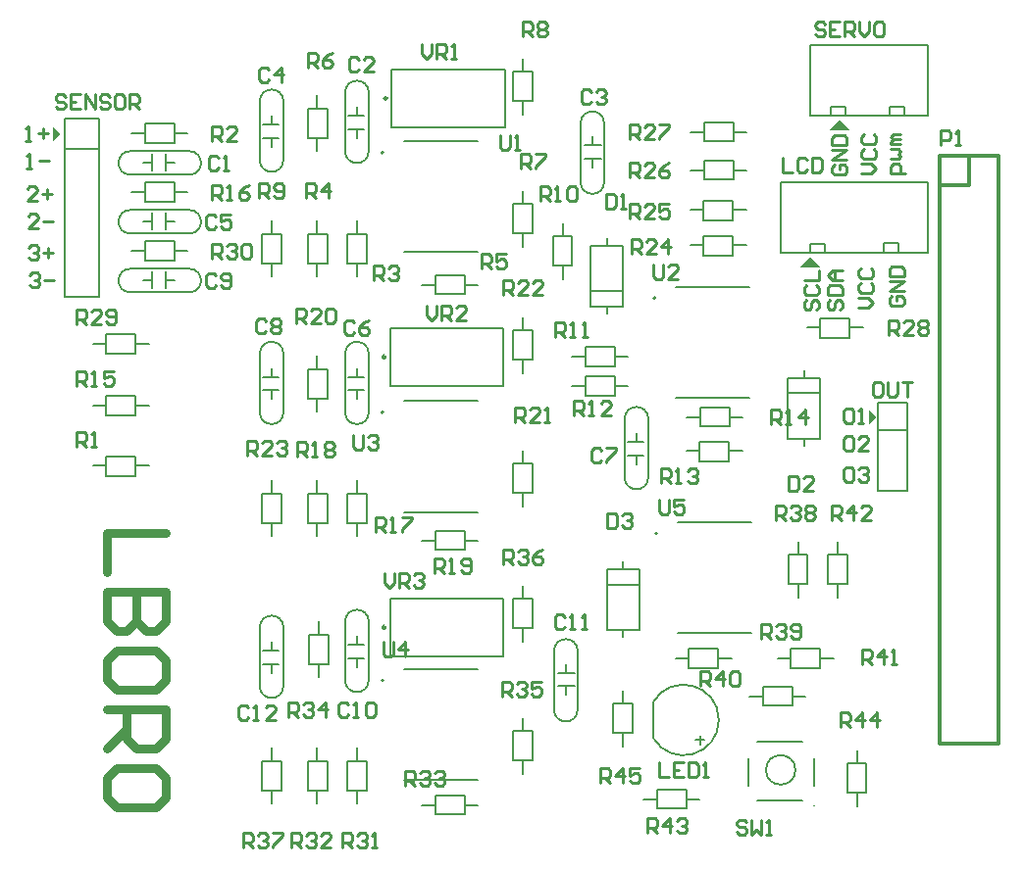
<source format=gbr>
%TF.GenerationSoftware,Altium Limited,Altium Designer,23.3.1 (30)*%
G04 Layer_Color=65535*
%FSLAX26Y26*%
%MOIN*%
%TF.SameCoordinates,8F501EFE-F143-482A-9327-88418F9FCBED*%
%TF.FilePolarity,Positive*%
%TF.FileFunction,Legend,Top*%
%TF.Part,Single*%
G01*
G75*
%TA.AperFunction,NonConductor*%
%ADD33C,0.007000*%
%ADD34C,0.007874*%
%ADD35C,0.006000*%
%ADD36C,0.009842*%
%ADD37C,0.005000*%
%ADD38C,0.012000*%
%ADD39C,0.010000*%
%ADD40C,0.030000*%
G36*
X161000Y2509000D02*
X136000Y2534000D01*
Y2484000D01*
X161000Y2509000D01*
D02*
G37*
G36*
X2674500Y2055500D02*
X2745500D01*
X2710500Y2090500D01*
Y2091500D01*
X2674500Y2055500D01*
D02*
G37*
G36*
X2934000Y1545000D02*
X2909000Y1570000D01*
Y1520000D01*
X2934000Y1545000D01*
D02*
G37*
G36*
X2774500Y2520500D02*
X2845500D01*
X2810500Y2555500D01*
Y2556500D01*
X2774500Y2520500D01*
D02*
G37*
D33*
X2080000Y1340000D02*
G03*
X2160000Y1340000I40000J0D01*
G01*
Y1540000D02*
G03*
X2080000Y1540000I-40000J0D01*
G01*
X840000Y1561500D02*
G03*
X920000Y1561500I40000J0D01*
G01*
Y1761500D02*
G03*
X840000Y1761500I-40000J0D01*
G01*
X1130000Y650000D02*
G03*
X1210000Y650000I40000J0D01*
G01*
Y850000D02*
G03*
X1130000Y850000I-40000J0D01*
G01*
X840000Y630000D02*
G03*
X920000Y630000I40000J0D01*
G01*
Y830000D02*
G03*
X840000Y830000I-40000J0D01*
G01*
X2176491Y454288D02*
G03*
X2176058Y574967I103509J60712D01*
G01*
X2010000Y2545000D02*
G03*
X1930000Y2545000I-40000J0D01*
G01*
Y2345000D02*
G03*
X2010000Y2345000I40000J0D01*
G01*
X1130000Y2450000D02*
G03*
X1210000Y2450000I40000J0D01*
G01*
Y2650000D02*
G03*
X1130000Y2650000I-40000J0D01*
G01*
X840000Y2420000D02*
G03*
X920000Y2420000I40000J0D01*
G01*
Y2620000D02*
G03*
X840000Y2620000I-40000J0D01*
G01*
X1210000Y1761500D02*
G03*
X1130000Y1761500I-40000J0D01*
G01*
Y1561500D02*
G03*
X1210000Y1561500I40000J0D01*
G01*
X600000Y1970000D02*
G03*
X600000Y2050000I0J40000D01*
G01*
X400000D02*
G03*
X400000Y1970000I0J-40000D01*
G01*
X600000Y2170000D02*
G03*
X600000Y2250000I0J40000D01*
G01*
X400000D02*
G03*
X400000Y2170000I0J-40000D01*
G01*
X600000Y2370000D02*
G03*
X600000Y2450000I0J40000D01*
G01*
X400000D02*
G03*
X400000Y2370000I0J-40000D01*
G01*
X1840000Y550000D02*
G03*
X1920000Y550000I40000J0D01*
G01*
Y750000D02*
G03*
X1840000Y750000I-40000J0D01*
G01*
X3031000Y2570000D02*
Y2600000D01*
X2981000D02*
X3031000D01*
X2981000Y2570000D02*
Y2600000D01*
X2832000Y2571000D02*
Y2601000D01*
X2782000D02*
X2832000D01*
X2782000Y2571000D02*
Y2601000D01*
X3110000Y2670000D02*
Y2810000D01*
X2710000Y2570000D02*
Y2810000D01*
Y2570000D02*
X3110000D01*
Y2670000D01*
X2710000Y2810000D02*
X3110000D01*
X2080000Y1340000D02*
Y1540000D01*
X2160000Y1340000D02*
Y1540000D01*
X2090000Y1415000D02*
X2145000D01*
X2090000Y1460000D02*
X2145000D01*
X2120000Y1385000D02*
Y1415000D01*
Y1460000D02*
Y1490000D01*
X1735000Y1695000D02*
Y1742000D01*
X1767000D02*
Y1842000D01*
X1701000Y1742000D02*
Y1842000D01*
X1767000D01*
X1701000Y1742000D02*
X1767000D01*
X1735000Y1845000D02*
Y1885000D01*
X880000Y1284500D02*
Y1331500D01*
X848000Y1184500D02*
Y1284500D01*
X914000Y1184500D02*
Y1284500D01*
X848000Y1184500D02*
X914000D01*
X848000Y1284500D02*
X914000D01*
X880000Y1141500D02*
Y1181500D01*
X840000Y1561500D02*
Y1761500D01*
X920000Y1561500D02*
Y1761500D01*
X850000Y1636500D02*
X905000D01*
X850000Y1681500D02*
X905000D01*
X880000Y1606500D02*
Y1636500D01*
Y1681500D02*
Y1711500D01*
X1035000Y1708000D02*
Y1755000D01*
X1003000Y1608000D02*
Y1708000D01*
X1069000Y1608000D02*
Y1708000D01*
X1003000Y1608000D02*
X1069000D01*
X1003000Y1708000D02*
X1069000D01*
X1035000Y1565000D02*
Y1605000D01*
Y373000D02*
Y420000D01*
X1003000Y273000D02*
Y373000D01*
X1069000Y273000D02*
Y373000D01*
X1003000Y273000D02*
X1069000D01*
X1003000Y373000D02*
X1069000D01*
X1035000Y230000D02*
Y270000D01*
X880000Y373000D02*
Y420000D01*
X848000Y273000D02*
Y373000D01*
X914000Y273000D02*
Y373000D01*
X848000Y273000D02*
X914000D01*
X848000Y373000D02*
X914000D01*
X880000Y230000D02*
Y270000D01*
X1130000Y650000D02*
Y850000D01*
X1210000Y650000D02*
Y850000D01*
X1140000Y725000D02*
X1195000D01*
X1140000Y770000D02*
X1195000D01*
X1170000Y695000D02*
Y725000D01*
Y770000D02*
Y800000D01*
X840000Y630000D02*
Y830000D01*
X920000Y630000D02*
Y830000D01*
X850000Y705000D02*
X905000D01*
X850000Y750000D02*
X905000D01*
X880000Y675000D02*
Y705000D01*
Y750000D02*
Y780000D01*
X1040000Y803000D02*
Y850000D01*
X1008000Y703000D02*
Y803000D01*
X1074000Y703000D02*
Y803000D01*
X1008000Y703000D02*
X1074000D01*
X1008000Y803000D02*
X1074000D01*
X1040000Y660000D02*
Y700000D01*
X1735000Y780000D02*
Y827000D01*
X1767000D02*
Y927000D01*
X1701000Y827000D02*
Y927000D01*
X1767000D01*
X1701000Y827000D02*
X1767000D01*
X1735000Y930000D02*
Y970000D01*
Y330000D02*
Y377000D01*
X1767000D02*
Y477000D01*
X1701000Y377000D02*
Y477000D01*
X1767000D01*
X1701000Y377000D02*
X1767000D01*
X1735000Y480000D02*
Y520000D01*
X2503701Y595000D02*
X2550701D01*
Y563000D02*
X2650701D01*
X2550701Y629000D02*
X2650701D01*
Y563000D02*
Y629000D01*
X2550701Y563000D02*
Y629000D01*
X2653701Y595000D02*
X2693701D01*
X2396701Y725000D02*
X2443701D01*
X2296701Y757000D02*
X2396701D01*
X2296701Y691000D02*
X2396701D01*
X2296701D02*
Y757000D01*
X2396701Y691000D02*
Y757000D01*
X2253701Y725000D02*
X2293701D01*
X2075000Y425000D02*
Y472000D01*
X2107000D02*
Y572000D01*
X2041000Y472000D02*
Y572000D01*
X2107000D01*
X2041000Y472000D02*
X2107000D01*
X2075000Y575000D02*
Y615000D01*
X2145000Y245000D02*
X2192000D01*
Y213000D02*
X2292000D01*
X2192000Y279000D02*
X2292000D01*
Y213000D02*
Y279000D01*
X2192000Y213000D02*
Y279000D01*
X2295000Y245000D02*
X2335000D01*
X2176000Y455000D02*
Y574000D01*
X2321000Y447000D02*
X2351000D01*
X2336000Y432000D02*
Y460000D01*
X2724000Y225000D02*
X2725000Y226000D01*
X2870000Y220000D02*
Y267000D01*
X2902000D02*
Y367000D01*
X2836000Y267000D02*
Y367000D01*
X2902000D01*
X2836000Y267000D02*
X2902000D01*
X2870000Y370000D02*
Y410000D01*
X2670000Y930000D02*
Y977000D01*
X2702000D02*
Y1077000D01*
X2636000Y977000D02*
Y1077000D01*
X2702000D01*
X2636000Y977000D02*
X2702000D01*
X2670000Y1080000D02*
Y1120000D01*
X2805000Y930000D02*
Y977000D01*
X2837000D02*
Y1077000D01*
X2771000Y977000D02*
Y1077000D01*
X2837000D01*
X2771000Y977000D02*
X2837000D01*
X2805000Y1080000D02*
Y1120000D01*
X2940000Y1295000D02*
Y1595000D01*
X3040000D01*
Y1295000D02*
Y1595000D01*
X2940000Y1295000D02*
X3040000D01*
X2940000Y1500000D02*
X3039000D01*
X2305000Y2515000D02*
X2352000D01*
Y2483000D02*
X2452000D01*
X2352000Y2549000D02*
X2452000D01*
Y2483000D02*
Y2549000D01*
X2352000Y2483000D02*
Y2549000D01*
X2455000Y2515000D02*
X2495000D01*
X2305000Y2385000D02*
X2352000D01*
Y2353000D02*
X2452000D01*
X2352000Y2419000D02*
X2452000D01*
Y2353000D02*
Y2419000D01*
X2352000Y2353000D02*
Y2419000D01*
X2455000Y2385000D02*
X2495000D01*
X2448000Y2250000D02*
X2495000D01*
X2348000Y2282000D02*
X2448000D01*
X2348000Y2216000D02*
X2448000D01*
X2348000D02*
Y2282000D01*
X2448000Y2216000D02*
Y2282000D01*
X2305000Y2250000D02*
X2345000D01*
X2448000Y2130000D02*
X2495000D01*
X2348000Y2162000D02*
X2448000D01*
X2348000Y2096000D02*
X2448000D01*
X2348000D02*
Y2162000D01*
X2448000Y2096000D02*
Y2162000D01*
X2305000Y2130000D02*
X2345000D01*
X2010000Y2345000D02*
Y2545000D01*
X1930000Y2345000D02*
Y2545000D01*
X1945000Y2470000D02*
X2000000D01*
X1945000Y2425000D02*
X2000000D01*
X1970000Y2470000D02*
Y2500000D01*
Y2395000D02*
Y2425000D01*
X1870000Y2015000D02*
Y2062000D01*
X1902000D02*
Y2162000D01*
X1836000Y2062000D02*
Y2162000D01*
X1902000D01*
X1836000Y2062000D02*
X1902000D01*
X1870000Y2165000D02*
Y2205000D01*
X1735000Y2125000D02*
Y2172000D01*
X1767000D02*
Y2272000D01*
X1701000Y2172000D02*
Y2272000D01*
X1767000D01*
X1701000Y2172000D02*
X1767000D01*
X1735000Y2275000D02*
Y2315000D01*
X880000Y2168000D02*
Y2215000D01*
X848000Y2068000D02*
Y2168000D01*
X914000Y2068000D02*
Y2168000D01*
X848000Y2068000D02*
X914000D01*
X848000Y2168000D02*
X914000D01*
X880000Y2025000D02*
Y2065000D01*
X1735000Y2575000D02*
Y2622000D01*
X1767000D02*
Y2722000D01*
X1701000Y2622000D02*
Y2722000D01*
X1767000D01*
X1701000Y2622000D02*
X1767000D01*
X1735000Y2725000D02*
Y2765000D01*
X1130000Y2450000D02*
Y2650000D01*
X1210000Y2450000D02*
Y2650000D01*
X1140000Y2525000D02*
X1195000D01*
X1140000Y2570000D02*
X1195000D01*
X1170000Y2495000D02*
Y2525000D01*
Y2570000D02*
Y2600000D01*
X840000Y2420000D02*
Y2620000D01*
X920000Y2420000D02*
Y2620000D01*
X850000Y2495000D02*
X905000D01*
X850000Y2540000D02*
X905000D01*
X880000Y2465000D02*
Y2495000D01*
Y2540000D02*
Y2570000D01*
X3010000Y2107000D02*
Y2137000D01*
X2960000D02*
X3010000D01*
X2960000Y2107000D02*
Y2137000D01*
X2762000Y2105000D02*
Y2135000D01*
X2712000D02*
X2762000D01*
X2712000Y2105000D02*
Y2135000D01*
X2610000Y2345000D02*
X3110000D01*
Y2105000D02*
Y2205000D01*
X2610000Y2105000D02*
X3110000D01*
X2610000D02*
Y2345000D01*
X3110000Y2205000D02*
Y2345000D01*
X2700000Y1850000D02*
X2740000D01*
X2843000Y1816000D02*
Y1882000D01*
X2743000Y1816000D02*
Y1882000D01*
Y1816000D02*
X2843000D01*
X2743000Y1882000D02*
X2843000D01*
Y1850000D02*
X2890000D01*
X275000Y1380000D02*
X315000D01*
X418000Y1346000D02*
Y1412000D01*
X318000Y1346000D02*
Y1412000D01*
Y1346000D02*
X418000D01*
X318000Y1412000D02*
X418000D01*
Y1380000D02*
X465000D01*
X178000Y2459000D02*
X291000D01*
X293000Y1954000D02*
Y2560000D01*
X178000Y1954000D02*
Y2560000D01*
X293000D01*
X178000Y1954000D02*
X293000D01*
X1170000Y230000D02*
Y270000D01*
X1138000Y373000D02*
X1204000D01*
X1138000Y273000D02*
X1204000D01*
Y373000D01*
X1138000Y273000D02*
Y373000D01*
X1170000D02*
Y420000D01*
X2290000Y1430000D02*
X2330000D01*
X2433000Y1396000D02*
Y1462000D01*
X2333000Y1396000D02*
Y1462000D01*
Y1396000D02*
X2433000D01*
X2333000Y1462000D02*
X2433000D01*
Y1430000D02*
X2480000D01*
X1035000Y1141500D02*
Y1181500D01*
X1003000Y1284500D02*
X1069000D01*
X1003000Y1184500D02*
X1069000D01*
Y1284500D01*
X1003000Y1184500D02*
Y1284500D01*
X1035000D02*
Y1331500D01*
X1541299Y1125000D02*
X1581299D01*
X1438299Y1093000D02*
Y1159000D01*
X1538299Y1093000D02*
Y1159000D01*
X1438299D02*
X1538299D01*
X1438299Y1093000D02*
X1538299D01*
X1391299Y1125000D02*
X1438299D01*
X2440000Y1545000D02*
X2480000D01*
X2337000Y1513000D02*
Y1579000D01*
X2437000Y1513000D02*
Y1579000D01*
X2337000D02*
X2437000D01*
X2337000Y1513000D02*
X2437000D01*
X2290000Y1545000D02*
X2337000D01*
X2050000Y1650000D02*
X2090000D01*
X1947000Y1618000D02*
Y1684000D01*
X2047000Y1618000D02*
Y1684000D01*
X1947000D02*
X2047000D01*
X1947000Y1618000D02*
X2047000D01*
X1900000Y1650000D02*
X1947000D01*
X2050000Y1750000D02*
X2090000D01*
X1947000Y1718000D02*
Y1784000D01*
X2047000Y1718000D02*
Y1784000D01*
X1947000D02*
X2047000D01*
X1947000Y1718000D02*
X2047000D01*
X1900000Y1750000D02*
X1947000D01*
X1170000Y1141500D02*
Y1181500D01*
X1138000Y1284500D02*
X1204000D01*
X1138000Y1184500D02*
X1204000D01*
Y1284500D01*
X1138000Y1184500D02*
Y1284500D01*
X1170000D02*
Y1331500D01*
Y1681500D02*
Y1711500D01*
Y1606500D02*
Y1636500D01*
X1140000Y1681500D02*
X1195000D01*
X1140000Y1636500D02*
X1195000D01*
X1210000Y1561500D02*
Y1761500D01*
X1130000Y1561500D02*
Y1761500D01*
X1035000Y2450000D02*
Y2490000D01*
X1003000Y2593000D02*
X1069000D01*
X1003000Y2493000D02*
X1069000D01*
Y2593000D01*
X1003000Y2493000D02*
Y2593000D01*
X1035000D02*
Y2640000D01*
X1541299Y1995000D02*
X1581299D01*
X1438299Y1963000D02*
Y2029000D01*
X1538299Y1963000D02*
Y2029000D01*
X1438299D02*
X1538299D01*
X1438299Y1963000D02*
X1538299D01*
X1391299Y1995000D02*
X1438299D01*
X1035000Y2025000D02*
Y2065000D01*
X1003000Y2168000D02*
X1069000D01*
X1003000Y2068000D02*
X1069000D01*
Y2168000D01*
X1003000Y2068000D02*
Y2168000D01*
X1035000D02*
Y2215000D01*
X1170000Y2025000D02*
Y2065000D01*
X1138000Y2168000D02*
X1204000D01*
X1138000Y2068000D02*
X1204000D01*
Y2168000D01*
X1138000Y2068000D02*
Y2168000D01*
X1170000D02*
Y2215000D01*
X520000Y2010000D02*
X550000D01*
X445000D02*
X475000D01*
X520000Y1985000D02*
Y2040000D01*
X475000Y1985000D02*
Y2040000D01*
X400000Y1970000D02*
X600000D01*
X400000Y2050000D02*
X600000D01*
X520000Y2210000D02*
X550000D01*
X445000D02*
X475000D01*
X520000Y2185000D02*
Y2240000D01*
X475000Y2185000D02*
Y2240000D01*
X400000Y2170000D02*
X600000D01*
X400000Y2250000D02*
X600000D01*
X555000Y2110000D02*
X595000D01*
X452000Y2078000D02*
Y2144000D01*
X552000Y2078000D02*
Y2144000D01*
X452000D02*
X552000D01*
X452000Y2078000D02*
X552000D01*
X405000Y2110000D02*
X452000D01*
X555000Y2310000D02*
X595000D01*
X452000Y2278000D02*
Y2344000D01*
X552000Y2278000D02*
Y2344000D01*
X452000D02*
X552000D01*
X452000Y2278000D02*
X552000D01*
X405000Y2310000D02*
X452000D01*
X520000Y2410000D02*
X550000D01*
X445000D02*
X475000D01*
X520000Y2385000D02*
Y2440000D01*
X475000Y2385000D02*
Y2440000D01*
X400000Y2370000D02*
X600000D01*
X400000Y2450000D02*
X600000D01*
X555000Y2510000D02*
X595000D01*
X452000Y2478000D02*
Y2544000D01*
X552000Y2478000D02*
Y2544000D01*
X452000D02*
X552000D01*
X452000Y2478000D02*
X552000D01*
X405000Y2510000D02*
X452000D01*
X1735000Y1391500D02*
Y1431500D01*
X1701000Y1288500D02*
X1767000D01*
X1701000Y1388500D02*
X1767000D01*
X1701000Y1288500D02*
Y1388500D01*
X1767000Y1288500D02*
Y1388500D01*
X1735000Y1241500D02*
Y1288500D01*
X275000Y1585000D02*
X315000D01*
X418000Y1551000D02*
Y1617000D01*
X318000Y1551000D02*
Y1617000D01*
Y1551000D02*
X418000D01*
X318000Y1617000D02*
X418000D01*
Y1585000D02*
X465000D01*
X1880000Y600000D02*
Y630000D01*
Y675000D02*
Y705000D01*
X1855000Y630000D02*
X1910000D01*
X1855000Y675000D02*
X1910000D01*
X1840000Y550000D02*
Y750000D01*
X1920000Y550000D02*
Y750000D01*
X1541299Y225000D02*
X1581299D01*
X1438299Y193000D02*
Y259000D01*
X1538299Y193000D02*
Y259000D01*
X1438299D02*
X1538299D01*
X1438299Y193000D02*
X1538299D01*
X1391299Y225000D02*
X1438299D01*
X275000Y1795000D02*
X315000D01*
X418000Y1761000D02*
Y1827000D01*
X318000Y1761000D02*
Y1827000D01*
Y1761000D02*
X418000D01*
X318000Y1827000D02*
X418000D01*
Y1795000D02*
X465000D01*
X2600000Y725000D02*
X2640000D01*
X2743000Y691000D02*
Y757000D01*
X2643000Y691000D02*
Y757000D01*
Y691000D02*
X2743000D01*
X2643000Y757000D02*
X2743000D01*
Y725000D02*
X2790000D01*
D34*
X2190709Y1150000D02*
G03*
X2190709Y1150000I-3937J0D01*
G01*
X2185709Y1950000D02*
G03*
X2185709Y1950000I-3937J0D01*
G01*
X1260709Y650000D02*
G03*
X1260709Y650000I-3937J0D01*
G01*
Y1561500D02*
G03*
X1260709Y1561500I-3937J0D01*
G01*
Y2445000D02*
G03*
X1260709Y2445000I-3937J0D01*
G01*
X2637638Y1626181D02*
X2742362D01*
X2690000Y1446457D02*
Y1472638D01*
Y1677362D02*
Y1703543D01*
X2634882Y1677362D02*
X2745118D01*
X2634882Y1472638D02*
Y1677362D01*
Y1472638D02*
X2745118D01*
Y1677362D01*
X1967638Y1973622D02*
X2072362D01*
X2020000Y2127165D02*
Y2153346D01*
Y1896260D02*
Y1922441D01*
X1964882D02*
X2075118D01*
Y2127165D01*
X1964882D02*
X2075118D01*
X1964882Y1922441D02*
Y2127165D01*
X1672520Y2532559D02*
Y2727835D01*
X1287480Y2532559D02*
X1672520D01*
X1287480D02*
Y2727835D01*
X1672520D01*
X1282480Y927835D02*
X1667520D01*
X1282480Y732559D02*
Y927835D01*
Y732559D02*
X1667520D01*
Y927835D01*
X1282480Y1847835D02*
X1667520D01*
X1282480Y1652559D02*
Y1847835D01*
Y1652559D02*
X1667520D01*
Y1847835D01*
X2130118Y822441D02*
Y1027165D01*
X2019882Y822441D02*
X2130118D01*
X2019882D02*
Y1027165D01*
X2130118D01*
X2075000D02*
Y1053346D01*
Y796260D02*
Y822441D01*
X2022638Y975984D02*
X2127362D01*
D35*
X2660000Y345000D02*
G03*
X2660000Y345000I-50000J0D01*
G01*
X2500000Y290000D02*
Y385000D01*
X2531000Y240000D02*
X2685000D01*
X2725000Y290000D02*
Y385000D01*
X2530000Y440000D02*
X2685000D01*
D36*
X1272323Y2630000D02*
G03*
X1272323Y2630000I-4921J0D01*
G01*
X1267323Y830000D02*
G03*
X1267323Y830000I-4921J0D01*
G01*
Y1750000D02*
G03*
X1267323Y1750000I-4921J0D01*
G01*
D37*
X2260000Y1188780D02*
X2510000D01*
X2260000Y811221D02*
X2510000D01*
X2255000Y1988780D02*
X2505000D01*
X2255000Y1611220D02*
X2505000D01*
X1330000Y311221D02*
X1580000D01*
X1330000Y688779D02*
X1580000D01*
X1330000Y1222720D02*
X1580000D01*
X1330000Y1600280D02*
X1580000D01*
X1330000Y2106220D02*
X1580000D01*
X1330000Y2483780D02*
X1580000D01*
D38*
X3150000Y2435000D02*
X3350000D01*
X3150000Y435000D02*
Y2435000D01*
Y435000D02*
X3350000D01*
Y2435000D01*
X3250000Y2335000D02*
Y2435000D01*
X3150000Y2335000D02*
X3250000D01*
D39*
X2849992Y1374984D02*
X2833331D01*
X2825000Y1366653D01*
Y1333331D01*
X2833331Y1325000D01*
X2849992D01*
X2858323Y1333331D01*
Y1366653D01*
X2849992Y1374984D01*
X2874984Y1366653D02*
X2883314Y1374984D01*
X2899976D01*
X2908306Y1366653D01*
Y1358323D01*
X2899976Y1349992D01*
X2891645D01*
X2899976D01*
X2908306Y1341661D01*
Y1333331D01*
X2899976Y1325000D01*
X2883314D01*
X2874984Y1333331D01*
X2849992Y1479984D02*
X2833331D01*
X2825000Y1471653D01*
Y1438331D01*
X2833331Y1430000D01*
X2849992D01*
X2858323Y1438331D01*
Y1471653D01*
X2849992Y1479984D01*
X2908306Y1430000D02*
X2874984D01*
X2908306Y1463323D01*
Y1471653D01*
X2899976Y1479984D01*
X2883314D01*
X2874984Y1471653D01*
X2849992Y1574984D02*
X2833331D01*
X2825000Y1566653D01*
Y1533331D01*
X2833331Y1525000D01*
X2849992D01*
X2858323Y1533331D01*
Y1566653D01*
X2849992Y1574984D01*
X2874984Y1525000D02*
X2891645D01*
X2883314D01*
Y1574984D01*
X2874984Y1566653D01*
X2988551Y1957303D02*
X2980221Y1948972D01*
Y1932311D01*
X2988551Y1923980D01*
X3021874D01*
X3030204Y1932311D01*
Y1948972D01*
X3021874Y1957303D01*
X3005213D01*
Y1940641D01*
X3030204Y1973964D02*
X2980221D01*
X3030204Y2007286D01*
X2980221D01*
Y2023948D02*
X3030204D01*
Y2048939D01*
X3021874Y2057270D01*
X2988551D01*
X2980221Y2048939D01*
Y2023948D01*
X2875221Y1918980D02*
X2908543D01*
X2925204Y1935641D01*
X2908543Y1952303D01*
X2875221D01*
X2883551Y2002286D02*
X2875221Y1993956D01*
Y1977294D01*
X2883551Y1968964D01*
X2916874D01*
X2925204Y1977294D01*
Y1993956D01*
X2916874Y2002286D01*
X2883551Y2052270D02*
X2875221Y2043939D01*
Y2027278D01*
X2883551Y2018948D01*
X2916874D01*
X2925204Y2027278D01*
Y2043939D01*
X2916874Y2052270D01*
X2778347Y1943323D02*
X2770016Y1934992D01*
Y1918331D01*
X2778347Y1910000D01*
X2786677D01*
X2795008Y1918331D01*
Y1934992D01*
X2803339Y1943323D01*
X2811669D01*
X2820000Y1934992D01*
Y1918331D01*
X2811669Y1910000D01*
X2770016Y1959984D02*
X2820000D01*
Y1984976D01*
X2811669Y1993306D01*
X2778347D01*
X2770016Y1984976D01*
Y1959984D01*
X2820000Y2009968D02*
X2786677D01*
X2770016Y2026629D01*
X2786677Y2043290D01*
X2820000D01*
X2795008D01*
Y2009968D01*
X2698347Y1943323D02*
X2690016Y1934992D01*
Y1918331D01*
X2698347Y1910000D01*
X2706677D01*
X2715008Y1918331D01*
Y1934992D01*
X2723339Y1943323D01*
X2731669D01*
X2740000Y1934992D01*
Y1918331D01*
X2731669Y1910000D01*
X2698347Y1993306D02*
X2690016Y1984976D01*
Y1968314D01*
X2698347Y1959984D01*
X2731669D01*
X2740000Y1968314D01*
Y1984976D01*
X2731669Y1993306D01*
X2690016Y2009968D02*
X2740000D01*
Y2043290D01*
X3035204Y2373980D02*
X2985220D01*
Y2398972D01*
X2993551Y2407303D01*
X3010212D01*
X3018543Y2398972D01*
Y2373980D01*
X2985220Y2423964D02*
X3010212D01*
X3018543Y2432294D01*
X3010212Y2440625D01*
X3018543Y2448956D01*
X3010212Y2457287D01*
X2985220D01*
X3018543Y2473948D02*
X2985220D01*
Y2482278D01*
X2993551Y2490609D01*
X3018543D01*
X2993551D01*
X2985220Y2498940D01*
X2993551Y2507270D01*
X3018543D01*
X2885221Y2373980D02*
X2918543D01*
X2935204Y2390641D01*
X2918543Y2407303D01*
X2885221D01*
X2893551Y2457286D02*
X2885221Y2448956D01*
Y2432294D01*
X2893551Y2423964D01*
X2926874D01*
X2935204Y2432294D01*
Y2448956D01*
X2926874Y2457286D01*
X2893551Y2507270D02*
X2885221Y2498939D01*
Y2482278D01*
X2893551Y2473948D01*
X2926874D01*
X2935204Y2482278D01*
Y2498939D01*
X2926874Y2507270D01*
X2761694Y2881661D02*
X2753363Y2889992D01*
X2736702D01*
X2728371Y2881661D01*
Y2873331D01*
X2736702Y2865000D01*
X2753363D01*
X2761694Y2856669D01*
Y2848339D01*
X2753363Y2840008D01*
X2736702D01*
X2728371Y2848339D01*
X2811677Y2889992D02*
X2778355D01*
Y2840008D01*
X2811677D01*
X2778355Y2865000D02*
X2795016D01*
X2828339Y2840008D02*
Y2889992D01*
X2853331D01*
X2861661Y2881661D01*
Y2865000D01*
X2853331Y2856669D01*
X2828339D01*
X2845000D02*
X2861661Y2840008D01*
X2878323Y2889992D02*
Y2856669D01*
X2894984Y2840008D01*
X2911645Y2856669D01*
Y2889992D01*
X2953298D02*
X2936637D01*
X2928306Y2881661D01*
Y2848339D01*
X2936637Y2840008D01*
X2953298D01*
X2961629Y2848339D01*
Y2881661D01*
X2953298Y2889992D01*
X2793347Y2403323D02*
X2785016Y2394992D01*
Y2378331D01*
X2793347Y2370000D01*
X2826669D01*
X2835000Y2378331D01*
Y2394992D01*
X2826669Y2403323D01*
X2810008D01*
Y2386661D01*
X2835000Y2419984D02*
X2785016D01*
X2835000Y2453306D01*
X2785016D01*
Y2469968D02*
X2835000D01*
Y2494959D01*
X2826669Y2503290D01*
X2793347D01*
X2785016Y2494959D01*
Y2469968D01*
X55000Y2121653D02*
X63331Y2129984D01*
X79992D01*
X88323Y2121653D01*
Y2113323D01*
X79992Y2104992D01*
X71661D01*
X79992D01*
X88323Y2096661D01*
Y2088331D01*
X79992Y2080000D01*
X63331D01*
X55000Y2088331D01*
X104984Y2104992D02*
X138306D01*
X121645Y2121653D02*
Y2088331D01*
X58223Y2028814D02*
X66554Y2037144D01*
X83215D01*
X91546Y2028814D01*
Y2020483D01*
X83215Y2012152D01*
X74885D01*
X83215D01*
X91546Y2003822D01*
Y1995491D01*
X83215Y1987160D01*
X66554D01*
X58223Y1995491D01*
X108207Y2012152D02*
X141530D01*
X83323Y2280000D02*
X50000D01*
X83323Y2313323D01*
Y2321653D01*
X74992Y2329984D01*
X58331D01*
X50000Y2321653D01*
X99984Y2304992D02*
X133306D01*
X116645Y2321653D02*
Y2288331D01*
X86546Y2187160D02*
X53223D01*
X86546Y2220483D01*
Y2228814D01*
X78215Y2237144D01*
X61554D01*
X53223Y2228814D01*
X103207Y2212152D02*
X136530D01*
X48223Y2392160D02*
X64885D01*
X56554D01*
Y2442144D01*
X48223Y2433814D01*
X89876Y2417152D02*
X123199D01*
X45000Y2485000D02*
X61661D01*
X53331D01*
Y2534984D01*
X45000Y2526653D01*
X86653Y2509992D02*
X119976D01*
X103314Y2526653D02*
Y2493331D01*
X1907520Y1550008D02*
Y1599992D01*
X1932512D01*
X1940843Y1591661D01*
Y1575000D01*
X1932512Y1566669D01*
X1907520D01*
X1924181D02*
X1940843Y1550008D01*
X1957504D02*
X1974165D01*
X1965835D01*
Y1599992D01*
X1957504Y1591661D01*
X2032480Y1550008D02*
X1999157D01*
X2032480Y1583331D01*
Y1591661D01*
X2024149Y1599992D01*
X2007488D01*
X1999157Y1591661D01*
X2948347Y1664992D02*
X2931686D01*
X2923355Y1656661D01*
Y1623339D01*
X2931686Y1615008D01*
X2948347D01*
X2956677Y1623339D01*
Y1656661D01*
X2948347Y1664992D01*
X2973339D02*
Y1623339D01*
X2981669Y1615008D01*
X2998331D01*
X3006661Y1623339D01*
Y1664992D01*
X3023323D02*
X3056645D01*
X3039984D01*
Y1615008D01*
X2001669Y1431661D02*
X1993339Y1439992D01*
X1976677D01*
X1968347Y1431661D01*
Y1398339D01*
X1976677Y1390008D01*
X1993339D01*
X2001669Y1398339D01*
X2018331Y1439992D02*
X2051653D01*
Y1431661D01*
X2018331Y1398339D01*
Y1390008D01*
X1668355Y1960008D02*
Y2009992D01*
X1693347D01*
X1701678Y2001661D01*
Y1985000D01*
X1693347Y1976669D01*
X1668355D01*
X1685016D02*
X1701678Y1960008D01*
X1751661D02*
X1718339D01*
X1751661Y1993331D01*
Y2001661D01*
X1743331Y2009992D01*
X1726669D01*
X1718339Y2001661D01*
X1801645Y1960008D02*
X1768322D01*
X1801645Y1993331D01*
Y2001661D01*
X1793314Y2009992D01*
X1776653D01*
X1768322Y2001661D01*
X798355Y1415008D02*
Y1464992D01*
X823347D01*
X831678Y1456661D01*
Y1440000D01*
X823347Y1431669D01*
X798355D01*
X815016D02*
X831678Y1415008D01*
X881661D02*
X848339D01*
X881661Y1448331D01*
Y1456661D01*
X873331Y1464992D01*
X856669D01*
X848339Y1456661D01*
X898322D02*
X906653Y1464992D01*
X923314D01*
X931645Y1456661D01*
Y1448331D01*
X923314Y1440000D01*
X914984D01*
X923314D01*
X931645Y1431669D01*
Y1423339D01*
X923314Y1415008D01*
X906653D01*
X898322Y1423339D01*
X861669Y1871661D02*
X853339Y1879992D01*
X836677D01*
X828347Y1871661D01*
Y1838339D01*
X836677Y1830008D01*
X853339D01*
X861669Y1838339D01*
X878331Y1871661D02*
X886661Y1879992D01*
X903322D01*
X911653Y1871661D01*
Y1863331D01*
X903322Y1855000D01*
X911653Y1846669D01*
Y1838339D01*
X903322Y1830008D01*
X886661D01*
X878331Y1838339D01*
Y1846669D01*
X886661Y1855000D01*
X878331Y1863331D01*
Y1871661D01*
X886661Y1855000D02*
X903322D01*
X963355Y1865008D02*
Y1914992D01*
X988347D01*
X996678Y1906661D01*
Y1890000D01*
X988347Y1881669D01*
X963355D01*
X980016D02*
X996678Y1865008D01*
X1046661D02*
X1013339D01*
X1046661Y1898331D01*
Y1906661D01*
X1038331Y1914992D01*
X1021669D01*
X1013339Y1906661D01*
X1063322D02*
X1071653Y1914992D01*
X1088314D01*
X1096645Y1906661D01*
Y1873339D01*
X1088314Y1865008D01*
X1071653D01*
X1063322Y1873339D01*
Y1906661D01*
X948355Y80008D02*
Y129992D01*
X973347D01*
X981678Y121661D01*
Y105000D01*
X973347Y96669D01*
X948355D01*
X965016D02*
X981678Y80008D01*
X998339Y121661D02*
X1006669Y129992D01*
X1023331D01*
X1031661Y121661D01*
Y113331D01*
X1023331Y105000D01*
X1015000D01*
X1023331D01*
X1031661Y96669D01*
Y88339D01*
X1023331Y80008D01*
X1006669D01*
X998339Y88339D01*
X1081645Y80008D02*
X1048322D01*
X1081645Y113331D01*
Y121661D01*
X1073314Y129992D01*
X1056653D01*
X1048322Y121661D01*
X783355Y80008D02*
Y129992D01*
X808347D01*
X816678Y121661D01*
Y105000D01*
X808347Y96669D01*
X783355D01*
X800016D02*
X816678Y80008D01*
X833339Y121661D02*
X841669Y129992D01*
X858331D01*
X866661Y121661D01*
Y113331D01*
X858331Y105000D01*
X850000D01*
X858331D01*
X866661Y96669D01*
Y88339D01*
X858331Y80008D01*
X841669D01*
X833339Y88339D01*
X883322Y129992D02*
X916645D01*
Y121661D01*
X883322Y88339D01*
Y80008D01*
X1140843Y566661D02*
X1132512Y574992D01*
X1115851D01*
X1107520Y566661D01*
Y533339D01*
X1115851Y525008D01*
X1132512D01*
X1140843Y533339D01*
X1157504Y525008D02*
X1174165D01*
X1165835D01*
Y574992D01*
X1157504Y566661D01*
X1199157D02*
X1207488Y574992D01*
X1224149D01*
X1232480Y566661D01*
Y533339D01*
X1224149Y525008D01*
X1207488D01*
X1199157Y533339D01*
Y566661D01*
X800843Y556661D02*
X792512Y564992D01*
X775851D01*
X767520Y556661D01*
Y523339D01*
X775851Y515008D01*
X792512D01*
X800843Y523339D01*
X817504Y515008D02*
X834165D01*
X825835D01*
Y564992D01*
X817504Y556661D01*
X892480Y515008D02*
X859157D01*
X892480Y548331D01*
Y556661D01*
X884149Y564992D01*
X867488D01*
X859157Y556661D01*
X938355Y525008D02*
Y574992D01*
X963347D01*
X971678Y566661D01*
Y550000D01*
X963347Y541669D01*
X938355D01*
X955016D02*
X971678Y525008D01*
X988339Y566661D02*
X996669Y574992D01*
X1013331D01*
X1021661Y566661D01*
Y558331D01*
X1013331Y550000D01*
X1005000D01*
X1013331D01*
X1021661Y541669D01*
Y533339D01*
X1013331Y525008D01*
X996669D01*
X988339Y533339D01*
X1063314Y525008D02*
Y574992D01*
X1038322Y550000D01*
X1071645D01*
X1668355Y1045008D02*
Y1094992D01*
X1693347D01*
X1701678Y1086661D01*
Y1070000D01*
X1693347Y1061669D01*
X1668355D01*
X1685016D02*
X1701678Y1045008D01*
X1718339Y1086661D02*
X1726669Y1094992D01*
X1743331D01*
X1751661Y1086661D01*
Y1078331D01*
X1743331Y1070000D01*
X1735000D01*
X1743331D01*
X1751661Y1061669D01*
Y1053339D01*
X1743331Y1045008D01*
X1726669D01*
X1718339Y1053339D01*
X1801645Y1094992D02*
X1784984Y1086661D01*
X1768322Y1070000D01*
Y1053339D01*
X1776653Y1045008D01*
X1793314D01*
X1801645Y1053339D01*
Y1061669D01*
X1793314Y1070000D01*
X1768322D01*
X1663355Y595008D02*
Y644992D01*
X1688347D01*
X1696678Y636661D01*
Y620000D01*
X1688347Y611669D01*
X1663355D01*
X1680016D02*
X1696678Y595008D01*
X1713339Y636661D02*
X1721669Y644992D01*
X1738331D01*
X1746661Y636661D01*
Y628331D01*
X1738331Y620000D01*
X1730000D01*
X1738331D01*
X1746661Y611669D01*
Y603339D01*
X1738331Y595008D01*
X1721669D01*
X1713339Y603339D01*
X1796645Y644992D02*
X1763322D01*
Y620000D01*
X1779984Y628331D01*
X1788314D01*
X1796645Y620000D01*
Y603339D01*
X1788314Y595008D01*
X1771653D01*
X1763322Y603339D01*
X2886686Y705008D02*
Y754992D01*
X2911677D01*
X2920008Y746661D01*
Y730000D01*
X2911677Y721669D01*
X2886686D01*
X2903347D02*
X2920008Y705008D01*
X2961661D02*
Y754992D01*
X2936669Y730000D01*
X2969992D01*
X2986653Y705008D02*
X3003314D01*
X2994984D01*
Y754992D01*
X2986653Y746661D01*
X2338355Y630008D02*
Y679992D01*
X2363347D01*
X2371677Y671661D01*
Y655000D01*
X2363347Y646669D01*
X2338355D01*
X2355016D02*
X2371677Y630008D01*
X2413331D02*
Y679992D01*
X2388339Y655000D01*
X2421661D01*
X2438323Y671661D02*
X2446653Y679992D01*
X2463314D01*
X2471645Y671661D01*
Y638339D01*
X2463314Y630008D01*
X2446653D01*
X2438323Y638339D01*
Y671661D01*
X2198347Y1264992D02*
Y1223339D01*
X2206677Y1215008D01*
X2223339D01*
X2231669Y1223339D01*
Y1264992D01*
X2281653D02*
X2248331D01*
Y1240000D01*
X2264992Y1248331D01*
X2273323D01*
X2281653Y1240000D01*
Y1223339D01*
X2273323Y1215008D01*
X2256661D01*
X2248331Y1223339D01*
X1998355Y300008D02*
Y349992D01*
X2023347D01*
X2031678Y341661D01*
Y325000D01*
X2023347Y316669D01*
X1998355D01*
X2015016D02*
X2031678Y300008D01*
X2073331D02*
Y349992D01*
X2048339Y325000D01*
X2081661D01*
X2131645Y349992D02*
X2098323D01*
Y325000D01*
X2114984Y333331D01*
X2123314D01*
X2131645Y325000D01*
Y308339D01*
X2123314Y300008D01*
X2106653D01*
X2098323Y308339D01*
X2158355Y130008D02*
Y179992D01*
X2183347D01*
X2191677Y171661D01*
Y155000D01*
X2183347Y146669D01*
X2158355D01*
X2175016D02*
X2191677Y130008D01*
X2233331D02*
Y179992D01*
X2208339Y155000D01*
X2241661D01*
X2258323Y171661D02*
X2266653Y179992D01*
X2283314D01*
X2291645Y171661D01*
Y163331D01*
X2283314Y155000D01*
X2274984D01*
X2283314D01*
X2291645Y146669D01*
Y138339D01*
X2283314Y130008D01*
X2266653D01*
X2258323Y138339D01*
X2196694Y369992D02*
Y320008D01*
X2230016D01*
X2280000Y369992D02*
X2246677D01*
Y320008D01*
X2280000D01*
X2246677Y345000D02*
X2263339D01*
X2296661Y369992D02*
Y320008D01*
X2321653D01*
X2329984Y328339D01*
Y361661D01*
X2321653Y369992D01*
X2296661D01*
X2346645Y320008D02*
X2363306D01*
X2354976D01*
Y369992D01*
X2346645Y361661D01*
X2495008Y166661D02*
X2486677Y174992D01*
X2470016D01*
X2461686Y166661D01*
Y158331D01*
X2470016Y150000D01*
X2486677D01*
X2495008Y141669D01*
Y133339D01*
X2486677Y125008D01*
X2470016D01*
X2461686Y133339D01*
X2511669Y174992D02*
Y125008D01*
X2528331Y141669D01*
X2544992Y125008D01*
Y174992D01*
X2561653Y125008D02*
X2578314D01*
X2569984D01*
Y174992D01*
X2561653Y166661D01*
X2813355Y490008D02*
Y539992D01*
X2838347D01*
X2846677Y531661D01*
Y515000D01*
X2838347Y506669D01*
X2813355D01*
X2830016D02*
X2846677Y490008D01*
X2888331D02*
Y539992D01*
X2863339Y515000D01*
X2896661D01*
X2938314Y490008D02*
Y539992D01*
X2913323Y515000D01*
X2946645D01*
X2593355Y1195008D02*
Y1244992D01*
X2618347D01*
X2626677Y1236661D01*
Y1220000D01*
X2618347Y1211669D01*
X2593355D01*
X2610016D02*
X2626677Y1195008D01*
X2643339Y1236661D02*
X2651669Y1244992D01*
X2668331D01*
X2676661Y1236661D01*
Y1228331D01*
X2668331Y1220000D01*
X2660000D01*
X2668331D01*
X2676661Y1211669D01*
Y1203339D01*
X2668331Y1195008D01*
X2651669D01*
X2643339Y1203339D01*
X2693323Y1236661D02*
X2701653Y1244992D01*
X2718314D01*
X2726645Y1236661D01*
Y1228331D01*
X2718314Y1220000D01*
X2726645Y1211669D01*
Y1203339D01*
X2718314Y1195008D01*
X2701653D01*
X2693323Y1203339D01*
Y1211669D01*
X2701653Y1220000D01*
X2693323Y1228331D01*
Y1236661D01*
X2701653Y1220000D02*
X2718314D01*
X2783355Y1195008D02*
Y1244992D01*
X2808347D01*
X2816677Y1236661D01*
Y1220000D01*
X2808347Y1211669D01*
X2783355D01*
X2800016D02*
X2816677Y1195008D01*
X2858331D02*
Y1244992D01*
X2833339Y1220000D01*
X2866661D01*
X2916645Y1195008D02*
X2883323D01*
X2916645Y1228331D01*
Y1236661D01*
X2908314Y1244992D01*
X2891653D01*
X2883323Y1236661D01*
X2638347Y1344992D02*
Y1295008D01*
X2663339D01*
X2671669Y1303339D01*
Y1336661D01*
X2663339Y1344992D01*
X2638347D01*
X2721653Y1295008D02*
X2688331D01*
X2721653Y1328331D01*
Y1336661D01*
X2713323Y1344992D01*
X2696661D01*
X2688331Y1336661D01*
X2098355Y2490008D02*
Y2539992D01*
X2123347D01*
X2131677Y2531661D01*
Y2515000D01*
X2123347Y2506669D01*
X2098355D01*
X2115016D02*
X2131677Y2490008D01*
X2181661D02*
X2148339D01*
X2181661Y2523331D01*
Y2531661D01*
X2173331Y2539992D01*
X2156669D01*
X2148339Y2531661D01*
X2198323Y2539992D02*
X2231645D01*
Y2531661D01*
X2198323Y2498339D01*
Y2490008D01*
X2098355Y2360008D02*
Y2409992D01*
X2123347D01*
X2131677Y2401661D01*
Y2385000D01*
X2123347Y2376669D01*
X2098355D01*
X2115016D02*
X2131677Y2360008D01*
X2181661D02*
X2148339D01*
X2181661Y2393331D01*
Y2401661D01*
X2173331Y2409992D01*
X2156669D01*
X2148339Y2401661D01*
X2231645Y2409992D02*
X2214984Y2401661D01*
X2198323Y2385000D01*
Y2368339D01*
X2206653Y2360008D01*
X2223314D01*
X2231645Y2368339D01*
Y2376669D01*
X2223314Y2385000D01*
X2198323D01*
X2098355Y2220008D02*
Y2269992D01*
X2123347D01*
X2131677Y2261661D01*
Y2245000D01*
X2123347Y2236669D01*
X2098355D01*
X2115016D02*
X2131677Y2220008D01*
X2181661D02*
X2148339D01*
X2181661Y2253331D01*
Y2261661D01*
X2173331Y2269992D01*
X2156669D01*
X2148339Y2261661D01*
X2231645Y2269992D02*
X2198323D01*
Y2245000D01*
X2214984Y2253331D01*
X2223314D01*
X2231645Y2245000D01*
Y2228339D01*
X2223314Y2220008D01*
X2206653D01*
X2198323Y2228339D01*
X2178347Y2064992D02*
Y2023339D01*
X2186677Y2015008D01*
X2203339D01*
X2211669Y2023339D01*
Y2064992D01*
X2261653Y2015008D02*
X2228331D01*
X2261653Y2048331D01*
Y2056661D01*
X2253323Y2064992D01*
X2236661D01*
X2228331Y2056661D01*
X2103355Y2100008D02*
Y2149992D01*
X2128347D01*
X2136677Y2141661D01*
Y2125000D01*
X2128347Y2116669D01*
X2103355D01*
X2120016D02*
X2136677Y2100008D01*
X2186661D02*
X2153339D01*
X2186661Y2133331D01*
Y2141661D01*
X2178331Y2149992D01*
X2161669D01*
X2153339Y2141661D01*
X2228314Y2100008D02*
Y2149992D01*
X2203323Y2125000D01*
X2236645D01*
X1966669Y2651661D02*
X1958339Y2659992D01*
X1941677D01*
X1933347Y2651661D01*
Y2618339D01*
X1941677Y2610008D01*
X1958339D01*
X1966669Y2618339D01*
X1983331Y2651661D02*
X1991661Y2659992D01*
X2008322D01*
X2016653Y2651661D01*
Y2643331D01*
X2008322Y2635000D01*
X1999992D01*
X2008322D01*
X2016653Y2626669D01*
Y2618339D01*
X2008322Y2610008D01*
X1991661D01*
X1983331Y2618339D01*
X2016678Y2304992D02*
Y2255008D01*
X2041669D01*
X2050000Y2263339D01*
Y2296661D01*
X2041669Y2304992D01*
X2016678D01*
X2066661Y2255008D02*
X2083323D01*
X2074992D01*
Y2304992D01*
X2066661Y2296661D01*
X1792520Y2280008D02*
Y2329992D01*
X1817512D01*
X1825843Y2321661D01*
Y2305000D01*
X1817512Y2296669D01*
X1792520D01*
X1809181D02*
X1825843Y2280008D01*
X1842504D02*
X1859165D01*
X1850835D01*
Y2329992D01*
X1842504Y2321661D01*
X1884157D02*
X1892488Y2329992D01*
X1909149D01*
X1917480Y2321661D01*
Y2288339D01*
X1909149Y2280008D01*
X1892488D01*
X1884157Y2288339D01*
Y2321661D01*
X1728347Y2390008D02*
Y2439992D01*
X1753339D01*
X1761669Y2431661D01*
Y2415000D01*
X1753339Y2406669D01*
X1728347D01*
X1745008D02*
X1761669Y2390008D01*
X1778331Y2439992D02*
X1811653D01*
Y2431661D01*
X1778331Y2398339D01*
Y2390008D01*
X838347Y2290008D02*
Y2339992D01*
X863339D01*
X871669Y2331661D01*
Y2315000D01*
X863339Y2306669D01*
X838347D01*
X855008D02*
X871669Y2290008D01*
X888331Y2298339D02*
X896661Y2290008D01*
X913322D01*
X921653Y2298339D01*
Y2331661D01*
X913322Y2339992D01*
X896661D01*
X888331Y2331661D01*
Y2323331D01*
X896661Y2315000D01*
X921653D01*
X1733347Y2840008D02*
Y2889992D01*
X1758339D01*
X1766669Y2881661D01*
Y2865000D01*
X1758339Y2856669D01*
X1733347D01*
X1750008D02*
X1766669Y2840008D01*
X1783331Y2881661D02*
X1791661Y2889992D01*
X1808322D01*
X1816653Y2881661D01*
Y2873331D01*
X1808322Y2865000D01*
X1816653Y2856669D01*
Y2848339D01*
X1808322Y2840008D01*
X1791661D01*
X1783331Y2848339D01*
Y2856669D01*
X1791661Y2865000D01*
X1783331Y2873331D01*
Y2881661D01*
X1791661Y2865000D02*
X1808322D01*
X1391686Y2814992D02*
Y2781669D01*
X1408347Y2765008D01*
X1425008Y2781669D01*
Y2814992D01*
X1441669Y2765008D02*
Y2814992D01*
X1466661D01*
X1474992Y2806661D01*
Y2790000D01*
X1466661Y2781669D01*
X1441669D01*
X1458331D02*
X1474992Y2765008D01*
X1491653D02*
X1508314D01*
X1499984D01*
Y2814992D01*
X1491653Y2806661D01*
X1176669Y2761661D02*
X1168339Y2769992D01*
X1151677D01*
X1143347Y2761661D01*
Y2728339D01*
X1151677Y2720008D01*
X1168339D01*
X1176669Y2728339D01*
X1226653Y2720008D02*
X1193331D01*
X1226653Y2753331D01*
Y2761661D01*
X1218322Y2769992D01*
X1201661D01*
X1193331Y2761661D01*
X871669Y2726661D02*
X863339Y2734992D01*
X846677D01*
X838347Y2726661D01*
Y2693339D01*
X846677Y2685008D01*
X863339D01*
X871669Y2693339D01*
X913322Y2685008D02*
Y2734992D01*
X888331Y2710000D01*
X921653D01*
X2616000Y2427984D02*
Y2378000D01*
X2649323D01*
X2699306Y2419653D02*
X2690976Y2427984D01*
X2674314D01*
X2665984Y2419653D01*
Y2386331D01*
X2674314Y2378000D01*
X2690976D01*
X2699306Y2386331D01*
X2715968Y2427984D02*
Y2378000D01*
X2740959D01*
X2749290Y2386331D01*
Y2419653D01*
X2740959Y2427984D01*
X2715968D01*
X179323Y2635653D02*
X170992Y2643984D01*
X154331D01*
X146000Y2635653D01*
Y2627323D01*
X154331Y2618992D01*
X170992D01*
X179323Y2610661D01*
Y2602331D01*
X170992Y2594000D01*
X154331D01*
X146000Y2602331D01*
X229306Y2643984D02*
X195984D01*
Y2594000D01*
X229306D01*
X195984Y2618992D02*
X212645D01*
X245968Y2594000D02*
Y2643984D01*
X279290Y2594000D01*
Y2643984D01*
X329274Y2635653D02*
X320943Y2643984D01*
X304282D01*
X295951Y2635653D01*
Y2627323D01*
X304282Y2618992D01*
X320943D01*
X329274Y2610661D01*
Y2602331D01*
X320943Y2594000D01*
X304282D01*
X295951Y2602331D01*
X370927Y2643984D02*
X354266D01*
X345935Y2635653D01*
Y2602331D01*
X354266Y2594000D01*
X370927D01*
X379258Y2602331D01*
Y2635653D01*
X370927Y2643984D01*
X395919Y2594000D02*
Y2643984D01*
X420911D01*
X429242Y2635653D01*
Y2618992D01*
X420911Y2610661D01*
X395919D01*
X412580D02*
X429242Y2594000D01*
X1263000Y1015984D02*
Y982661D01*
X1279661Y966000D01*
X1296323Y982661D01*
Y1015984D01*
X1312984Y966000D02*
Y1015984D01*
X1337976D01*
X1346306Y1007653D01*
Y990992D01*
X1337976Y982661D01*
X1312984D01*
X1329645D02*
X1346306Y966000D01*
X1362968Y1007653D02*
X1371298Y1015984D01*
X1387959D01*
X1396290Y1007653D01*
Y999323D01*
X1387959Y990992D01*
X1379629D01*
X1387959D01*
X1396290Y982661D01*
Y974331D01*
X1387959Y966000D01*
X1371298D01*
X1362968Y974331D01*
X1408355Y1924992D02*
Y1891669D01*
X1425016Y1875008D01*
X1441678Y1891669D01*
Y1924992D01*
X1458339Y1875008D02*
Y1924992D01*
X1483331D01*
X1491661Y1916661D01*
Y1900000D01*
X1483331Y1891669D01*
X1458339D01*
X1475000D02*
X1491661Y1875008D01*
X1541645D02*
X1508322D01*
X1541645Y1908331D01*
Y1916661D01*
X1533314Y1924992D01*
X1516653D01*
X1508322Y1916661D01*
X1259000Y779984D02*
Y738331D01*
X1267331Y730000D01*
X1283992D01*
X1292323Y738331D01*
Y779984D01*
X1333976Y730000D02*
Y779984D01*
X1308984Y754992D01*
X1342306D01*
X1158347Y1484992D02*
Y1443339D01*
X1166677Y1435008D01*
X1183339D01*
X1191669Y1443339D01*
Y1484992D01*
X1208331Y1476661D02*
X1216661Y1484992D01*
X1233322D01*
X1241653Y1476661D01*
Y1468331D01*
X1233322Y1460000D01*
X1224992D01*
X1233322D01*
X1241653Y1451669D01*
Y1443339D01*
X1233322Y1435008D01*
X1216661D01*
X1208331Y1443339D01*
X1656678Y2504992D02*
Y2463339D01*
X1665008Y2455008D01*
X1681669D01*
X1690000Y2463339D01*
Y2504992D01*
X1706661Y2455008D02*
X1723323D01*
X1714992D01*
Y2504992D01*
X1706661Y2496661D01*
X2544000Y792000D02*
Y841984D01*
X2568992D01*
X2577323Y833653D01*
Y816992D01*
X2568992Y808661D01*
X2544000D01*
X2560661D02*
X2577323Y792000D01*
X2593984Y833653D02*
X2602314Y841984D01*
X2618976D01*
X2627306Y833653D01*
Y825323D01*
X2618976Y816992D01*
X2610645D01*
X2618976D01*
X2627306Y808661D01*
Y800331D01*
X2618976Y792000D01*
X2602314D01*
X2593984Y800331D01*
X2643968D02*
X2652298Y792000D01*
X2668959D01*
X2677290Y800331D01*
Y833653D01*
X2668959Y841984D01*
X2652298D01*
X2643968Y833653D01*
Y825323D01*
X2652298Y816992D01*
X2677290D01*
X1335000Y292000D02*
Y341984D01*
X1359992D01*
X1368323Y333653D01*
Y316992D01*
X1359992Y308661D01*
X1335000D01*
X1351661D02*
X1368323Y292000D01*
X1384984Y333653D02*
X1393314Y341984D01*
X1409976D01*
X1418306Y333653D01*
Y325323D01*
X1409976Y316992D01*
X1401645D01*
X1409976D01*
X1418306Y308661D01*
Y300331D01*
X1409976Y292000D01*
X1393314D01*
X1384984Y300331D01*
X1434968Y333653D02*
X1443298Y341984D01*
X1459959D01*
X1468290Y333653D01*
Y325323D01*
X1459959Y316992D01*
X1451629D01*
X1459959D01*
X1468290Y308661D01*
Y300331D01*
X1459959Y292000D01*
X1443298D01*
X1434968Y300331D01*
X1121686Y80008D02*
Y129992D01*
X1146678D01*
X1155008Y121661D01*
Y105000D01*
X1146678Y96669D01*
X1121686D01*
X1138347D02*
X1155008Y80008D01*
X1171669Y121661D02*
X1180000Y129992D01*
X1196661D01*
X1204992Y121661D01*
Y113331D01*
X1196661Y105000D01*
X1188331D01*
X1196661D01*
X1204992Y96669D01*
Y88339D01*
X1196661Y80008D01*
X1180000D01*
X1171669Y88339D01*
X1221653Y80008D02*
X1238314D01*
X1229984D01*
Y129992D01*
X1221653Y121661D01*
X678355Y2085008D02*
Y2134992D01*
X703347D01*
X711678Y2126661D01*
Y2110000D01*
X703347Y2101669D01*
X678355D01*
X695016D02*
X711678Y2085008D01*
X728339Y2126661D02*
X736669Y2134992D01*
X753331D01*
X761661Y2126661D01*
Y2118331D01*
X753331Y2110000D01*
X745000D01*
X753331D01*
X761661Y2101669D01*
Y2093339D01*
X753331Y2085008D01*
X736669D01*
X728339Y2093339D01*
X778322Y2126661D02*
X786653Y2134992D01*
X803314D01*
X811645Y2126661D01*
Y2093339D01*
X803314Y2085008D01*
X786653D01*
X778322Y2093339D01*
Y2126661D01*
X218000Y1862000D02*
Y1911984D01*
X242992D01*
X251323Y1903653D01*
Y1886992D01*
X242992Y1878661D01*
X218000D01*
X234661D02*
X251323Y1862000D01*
X301306D02*
X267984D01*
X301306Y1895323D01*
Y1903653D01*
X292976Y1911984D01*
X276314D01*
X267984Y1903653D01*
X317968Y1870331D02*
X326298Y1862000D01*
X342959D01*
X351290Y1870331D01*
Y1903653D01*
X342959Y1911984D01*
X326298D01*
X317968Y1903653D01*
Y1895323D01*
X326298Y1886992D01*
X351290D01*
X2978355Y1825008D02*
Y1874992D01*
X3003347D01*
X3011677Y1866661D01*
Y1850000D01*
X3003347Y1841669D01*
X2978355D01*
X2995016D02*
X3011677Y1825008D01*
X3061661D02*
X3028339D01*
X3061661Y1858331D01*
Y1866661D01*
X3053331Y1874992D01*
X3036669D01*
X3028339Y1866661D01*
X3078323D02*
X3086653Y1874992D01*
X3103314D01*
X3111645Y1866661D01*
Y1858331D01*
X3103314Y1850000D01*
X3111645Y1841669D01*
Y1833339D01*
X3103314Y1825008D01*
X3086653D01*
X3078323Y1833339D01*
Y1841669D01*
X3086653Y1850000D01*
X3078323Y1858331D01*
Y1866661D01*
X3086653Y1850000D02*
X3103314D01*
X1708000Y1528000D02*
Y1577984D01*
X1732992D01*
X1741323Y1569653D01*
Y1552992D01*
X1732992Y1544661D01*
X1708000D01*
X1724661D02*
X1741323Y1528000D01*
X1791306D02*
X1757984D01*
X1791306Y1561323D01*
Y1569653D01*
X1782976Y1577984D01*
X1766314D01*
X1757984Y1569653D01*
X1807968Y1528000D02*
X1824629D01*
X1816298D01*
Y1577984D01*
X1807968Y1569653D01*
X1432520Y1015008D02*
Y1064992D01*
X1457512D01*
X1465843Y1056661D01*
Y1040000D01*
X1457512Y1031669D01*
X1432520D01*
X1449181D02*
X1465843Y1015008D01*
X1482504D02*
X1499165D01*
X1490835D01*
Y1064992D01*
X1482504Y1056661D01*
X1524157Y1023339D02*
X1532488Y1015008D01*
X1549149D01*
X1557480Y1023339D01*
Y1056661D01*
X1549149Y1064992D01*
X1532488D01*
X1524157Y1056661D01*
Y1048331D01*
X1532488Y1040000D01*
X1557480D01*
X967520Y1410008D02*
Y1459992D01*
X992512D01*
X1000843Y1451661D01*
Y1435000D01*
X992512Y1426669D01*
X967520D01*
X984182D02*
X1000843Y1410008D01*
X1017504D02*
X1034165D01*
X1025835D01*
Y1459992D01*
X1017504Y1451661D01*
X1059157D02*
X1067488Y1459992D01*
X1084149D01*
X1092480Y1451661D01*
Y1443331D01*
X1084149Y1435000D01*
X1092480Y1426669D01*
Y1418339D01*
X1084149Y1410008D01*
X1067488D01*
X1059157Y1418339D01*
Y1426669D01*
X1067488Y1435000D01*
X1059157Y1443331D01*
Y1451661D01*
X1067488Y1435000D02*
X1084149D01*
X1232520Y1155008D02*
Y1204992D01*
X1257512D01*
X1265843Y1196661D01*
Y1180000D01*
X1257512Y1171669D01*
X1232520D01*
X1249181D02*
X1265843Y1155008D01*
X1282504D02*
X1299165D01*
X1290835D01*
Y1204992D01*
X1282504Y1196661D01*
X1324157Y1204992D02*
X1357480D01*
Y1196661D01*
X1324157Y1163339D01*
Y1155008D01*
X677520Y2285008D02*
Y2334992D01*
X702512D01*
X710843Y2326661D01*
Y2310000D01*
X702512Y2301669D01*
X677520D01*
X694182D02*
X710843Y2285008D01*
X727504D02*
X744165D01*
X735835D01*
Y2334992D01*
X727504Y2326661D01*
X802480Y2334992D02*
X785818Y2326661D01*
X769157Y2310000D01*
Y2293339D01*
X777488Y2285008D01*
X794149D01*
X802480Y2293339D01*
Y2301669D01*
X794149Y2310000D01*
X769157D01*
X218000Y1652000D02*
Y1701984D01*
X242992D01*
X251323Y1693653D01*
Y1676992D01*
X242992Y1668661D01*
X218000D01*
X234661D02*
X251323Y1652000D01*
X267984D02*
X284645D01*
X276314D01*
Y1701984D01*
X267984Y1693653D01*
X342960Y1701984D02*
X309637D01*
Y1676992D01*
X326298Y1685323D01*
X334629D01*
X342960Y1676992D01*
Y1660331D01*
X334629Y1652000D01*
X317968D01*
X309637Y1660331D01*
X2577520Y1520008D02*
Y1569992D01*
X2602512D01*
X2610843Y1561661D01*
Y1545000D01*
X2602512Y1536669D01*
X2577520D01*
X2594182D02*
X2610843Y1520008D01*
X2627504D02*
X2644165D01*
X2635835D01*
Y1569992D01*
X2627504Y1561661D01*
X2694149Y1520008D02*
Y1569992D01*
X2669157Y1545000D01*
X2702480D01*
X2202520Y1320008D02*
Y1369992D01*
X2227512D01*
X2235843Y1361661D01*
Y1345000D01*
X2227512Y1336669D01*
X2202520D01*
X2219182D02*
X2235843Y1320008D01*
X2252504D02*
X2269165D01*
X2260835D01*
Y1369992D01*
X2252504Y1361661D01*
X2294157D02*
X2302488Y1369992D01*
X2319149D01*
X2327480Y1361661D01*
Y1353331D01*
X2319149Y1345000D01*
X2310818D01*
X2319149D01*
X2327480Y1336669D01*
Y1328339D01*
X2319149Y1320008D01*
X2302488D01*
X2294157Y1328339D01*
X1844000Y1818000D02*
Y1867984D01*
X1868992D01*
X1877323Y1859653D01*
Y1842992D01*
X1868992Y1834661D01*
X1844000D01*
X1860661D02*
X1877323Y1818000D01*
X1893984D02*
X1910645D01*
X1902314D01*
Y1867984D01*
X1893984Y1859653D01*
X1935637Y1818000D02*
X1952298D01*
X1943968D01*
Y1867984D01*
X1935637Y1859653D01*
X1003347Y2735008D02*
Y2784992D01*
X1028339D01*
X1036669Y2776661D01*
Y2760000D01*
X1028339Y2751669D01*
X1003347D01*
X1020008D02*
X1036669Y2735008D01*
X1086653Y2784992D02*
X1069992Y2776661D01*
X1053331Y2760000D01*
Y2743339D01*
X1061661Y2735008D01*
X1078322D01*
X1086653Y2743339D01*
Y2751669D01*
X1078322Y2760000D01*
X1053331D01*
X1593347Y2050008D02*
Y2099992D01*
X1618339D01*
X1626669Y2091661D01*
Y2075000D01*
X1618339Y2066669D01*
X1593347D01*
X1610008D02*
X1626669Y2050008D01*
X1676653Y2099992D02*
X1643331D01*
Y2075000D01*
X1659992Y2083331D01*
X1668322D01*
X1676653Y2075000D01*
Y2058339D01*
X1668322Y2050008D01*
X1651661D01*
X1643331Y2058339D01*
X998347Y2290008D02*
Y2339992D01*
X1023339D01*
X1031669Y2331661D01*
Y2315000D01*
X1023339Y2306669D01*
X998347D01*
X1015008D02*
X1031669Y2290008D01*
X1073322D02*
Y2339992D01*
X1048331Y2315000D01*
X1081653D01*
X1228347Y2010008D02*
Y2059992D01*
X1253339D01*
X1261669Y2051661D01*
Y2035000D01*
X1253339Y2026669D01*
X1228347D01*
X1245008D02*
X1261669Y2010008D01*
X1278331Y2051661D02*
X1286661Y2059992D01*
X1303322D01*
X1311653Y2051661D01*
Y2043331D01*
X1303322Y2035000D01*
X1294992D01*
X1303322D01*
X1311653Y2026669D01*
Y2018339D01*
X1303322Y2010008D01*
X1286661D01*
X1278331Y2018339D01*
X678347Y2485008D02*
Y2534992D01*
X703339D01*
X711669Y2526661D01*
Y2510000D01*
X703339Y2501669D01*
X678347D01*
X695008D02*
X711669Y2485008D01*
X761653D02*
X728331D01*
X761653Y2518331D01*
Y2526661D01*
X753322Y2534992D01*
X736661D01*
X728331Y2526661D01*
X218000Y1446000D02*
Y1495984D01*
X242992D01*
X251323Y1487653D01*
Y1470992D01*
X242992Y1462661D01*
X218000D01*
X234661D02*
X251323Y1446000D01*
X267984D02*
X284645D01*
X276314D01*
Y1495984D01*
X267984Y1487653D01*
X3154000Y2471000D02*
Y2520984D01*
X3178992D01*
X3187323Y2512653D01*
Y2495992D01*
X3178992Y2487661D01*
X3154000D01*
X3203984Y2471000D02*
X3220645D01*
X3212314D01*
Y2520984D01*
X3203984Y2512653D01*
X2022000Y1217984D02*
Y1168000D01*
X2046992D01*
X2055323Y1176331D01*
Y1209653D01*
X2046992Y1217984D01*
X2022000D01*
X2071984Y1209653D02*
X2080314Y1217984D01*
X2096976D01*
X2105306Y1209653D01*
Y1201323D01*
X2096976Y1192992D01*
X2088645D01*
X2096976D01*
X2105306Y1184661D01*
Y1176331D01*
X2096976Y1168000D01*
X2080314D01*
X2071984Y1176331D01*
X1876323Y865653D02*
X1867992Y873984D01*
X1851331D01*
X1843000Y865653D01*
Y832331D01*
X1851331Y824000D01*
X1867992D01*
X1876323Y832331D01*
X1892984Y824000D02*
X1909645D01*
X1901314D01*
Y873984D01*
X1892984Y865653D01*
X1934637Y824000D02*
X1951298D01*
X1942968D01*
Y873984D01*
X1934637Y865653D01*
X691669Y2026661D02*
X683339Y2034992D01*
X666677D01*
X658347Y2026661D01*
Y1993339D01*
X666677Y1985008D01*
X683339D01*
X691669Y1993339D01*
X708331D02*
X716661Y1985008D01*
X733322D01*
X741653Y1993339D01*
Y2026661D01*
X733322Y2034992D01*
X716661D01*
X708331Y2026661D01*
Y2018331D01*
X716661Y2010000D01*
X741653D01*
X1161669Y1866661D02*
X1153339Y1874992D01*
X1136677D01*
X1128347Y1866661D01*
Y1833339D01*
X1136677Y1825008D01*
X1153339D01*
X1161669Y1833339D01*
X1211653Y1874992D02*
X1194992Y1866661D01*
X1178331Y1850000D01*
Y1833339D01*
X1186661Y1825008D01*
X1203322D01*
X1211653Y1833339D01*
Y1841669D01*
X1203322Y1850000D01*
X1178331D01*
X691669Y2226661D02*
X683339Y2234992D01*
X666677D01*
X658347Y2226661D01*
Y2193339D01*
X666677Y2185008D01*
X683339D01*
X691669Y2193339D01*
X741653Y2234992D02*
X708331D01*
Y2210000D01*
X724992Y2218331D01*
X733322D01*
X741653Y2210000D01*
Y2193339D01*
X733322Y2185008D01*
X716661D01*
X708331Y2193339D01*
X700000Y2426661D02*
X691669Y2434992D01*
X675008D01*
X666678Y2426661D01*
Y2393339D01*
X675008Y2385008D01*
X691669D01*
X700000Y2393339D01*
X716661Y2385008D02*
X733323D01*
X724992D01*
Y2434992D01*
X716661Y2426661D01*
D40*
X519935Y1150000D02*
X320000D01*
Y1016710D01*
X519935Y950065D02*
X320000D01*
Y850097D01*
X353323Y816774D01*
X386645D01*
X419968Y850097D01*
Y950065D01*
Y850097D01*
X453290Y816774D01*
X486613D01*
X519935Y850097D01*
Y950065D01*
Y650162D02*
Y716807D01*
X486613Y750129D01*
X353323D01*
X320000Y716807D01*
Y650162D01*
X353323Y616839D01*
X486613D01*
X519935Y650162D01*
X320000Y550194D02*
X519935D01*
Y450226D01*
X486613Y416904D01*
X419968D01*
X386645Y450226D01*
Y550194D01*
Y483549D02*
X320000Y416904D01*
X519935Y250291D02*
Y316936D01*
X486613Y350258D01*
X353323D01*
X320000Y316936D01*
Y250291D01*
X353323Y216968D01*
X486613D01*
X519935Y250291D01*
%TF.MD5,ad546adc99d4d10d9b6659d37cc0e9bb*%
M02*

</source>
